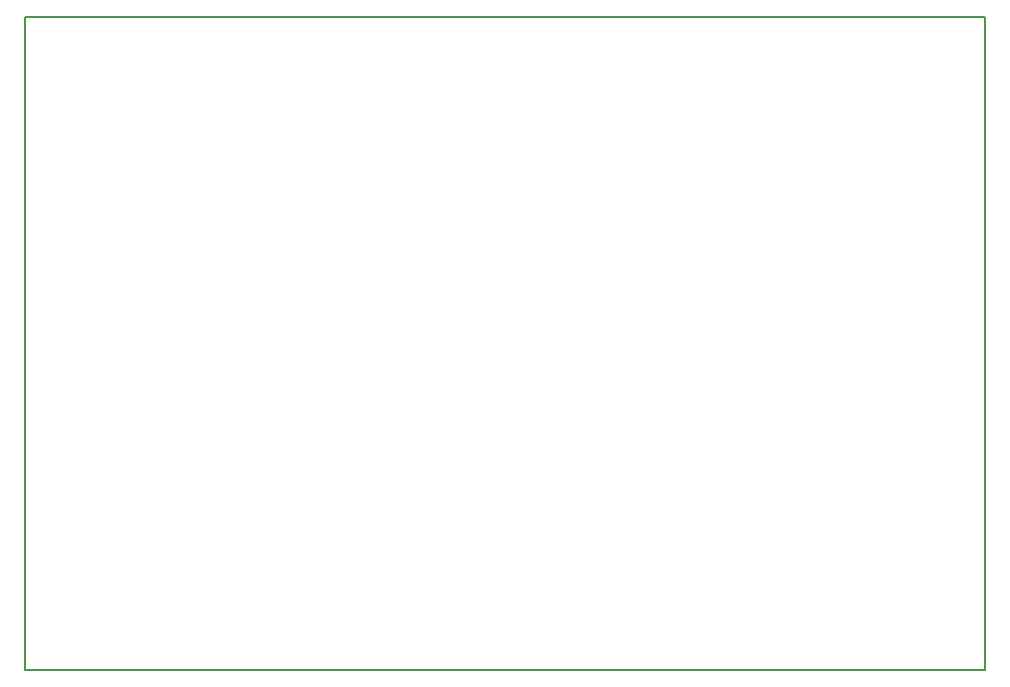
<source format=gbr>
%TF.GenerationSoftware,KiCad,Pcbnew,(6.0.6)*%
%TF.CreationDate,2022-08-30T10:43:36-03:00*%
%TF.ProjectId,Shield_Esp32,53686965-6c64-45f4-9573-7033322e6b69,rev?*%
%TF.SameCoordinates,Original*%
%TF.FileFunction,Profile,NP*%
%FSLAX46Y46*%
G04 Gerber Fmt 4.6, Leading zero omitted, Abs format (unit mm)*
G04 Created by KiCad (PCBNEW (6.0.6)) date 2022-08-30 10:43:36*
%MOMM*%
%LPD*%
G01*
G04 APERTURE LIST*
%TA.AperFunction,Profile*%
%ADD10C,0.150000*%
%TD*%
G04 APERTURE END LIST*
D10*
X206200000Y-127300000D02*
X124900000Y-127300000D01*
X124900000Y-127300000D02*
X124900000Y-72000000D01*
X124900000Y-72000000D02*
X206200000Y-72000000D01*
X206200000Y-72000000D02*
X206200000Y-127300000D01*
M02*

</source>
